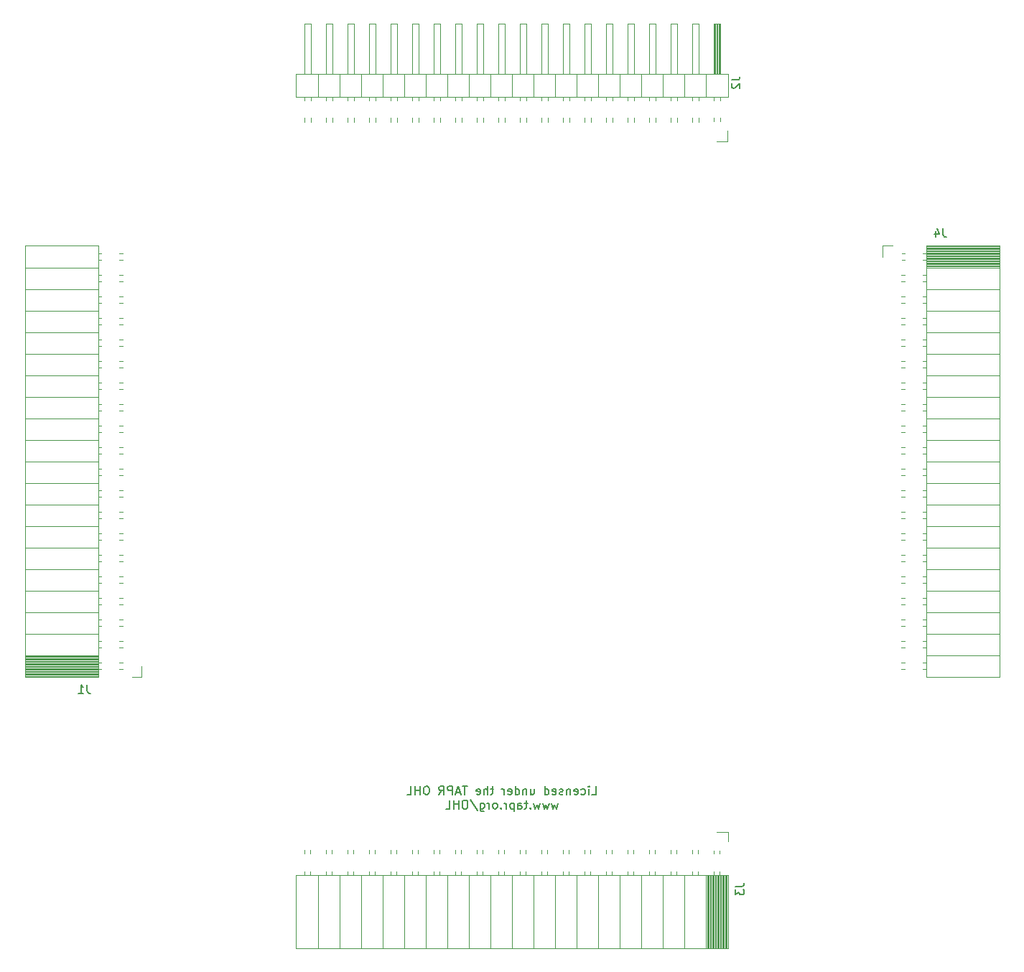
<source format=gbr>
%TF.GenerationSoftware,KiCad,Pcbnew,(5.1.10-1-10_14)*%
%TF.CreationDate,2021-12-06T08:26:31+01:00*%
%TF.ProjectId,stack,73746163-6b2e-46b6-9963-61645f706362,1*%
%TF.SameCoordinates,Original*%
%TF.FileFunction,Legend,Bot*%
%TF.FilePolarity,Positive*%
%FSLAX46Y46*%
G04 Gerber Fmt 4.6, Leading zero omitted, Abs format (unit mm)*
G04 Created by KiCad (PCBNEW (5.1.10-1-10_14)) date 2021-12-06 08:26:31*
%MOMM*%
%LPD*%
G01*
G04 APERTURE LIST*
%ADD10C,0.150000*%
%ADD11C,0.120000*%
G04 APERTURE END LIST*
D10*
X109371428Y-139327380D02*
X109847619Y-139327380D01*
X109847619Y-138327380D01*
X109038095Y-139327380D02*
X109038095Y-138660714D01*
X109038095Y-138327380D02*
X109085714Y-138375000D01*
X109038095Y-138422619D01*
X108990476Y-138375000D01*
X109038095Y-138327380D01*
X109038095Y-138422619D01*
X108133333Y-139279761D02*
X108228571Y-139327380D01*
X108419047Y-139327380D01*
X108514285Y-139279761D01*
X108561904Y-139232142D01*
X108609523Y-139136904D01*
X108609523Y-138851190D01*
X108561904Y-138755952D01*
X108514285Y-138708333D01*
X108419047Y-138660714D01*
X108228571Y-138660714D01*
X108133333Y-138708333D01*
X107323809Y-139279761D02*
X107419047Y-139327380D01*
X107609523Y-139327380D01*
X107704761Y-139279761D01*
X107752380Y-139184523D01*
X107752380Y-138803571D01*
X107704761Y-138708333D01*
X107609523Y-138660714D01*
X107419047Y-138660714D01*
X107323809Y-138708333D01*
X107276190Y-138803571D01*
X107276190Y-138898809D01*
X107752380Y-138994047D01*
X106847619Y-138660714D02*
X106847619Y-139327380D01*
X106847619Y-138755952D02*
X106800000Y-138708333D01*
X106704761Y-138660714D01*
X106561904Y-138660714D01*
X106466666Y-138708333D01*
X106419047Y-138803571D01*
X106419047Y-139327380D01*
X105990476Y-139279761D02*
X105895238Y-139327380D01*
X105704761Y-139327380D01*
X105609523Y-139279761D01*
X105561904Y-139184523D01*
X105561904Y-139136904D01*
X105609523Y-139041666D01*
X105704761Y-138994047D01*
X105847619Y-138994047D01*
X105942857Y-138946428D01*
X105990476Y-138851190D01*
X105990476Y-138803571D01*
X105942857Y-138708333D01*
X105847619Y-138660714D01*
X105704761Y-138660714D01*
X105609523Y-138708333D01*
X104752380Y-139279761D02*
X104847619Y-139327380D01*
X105038095Y-139327380D01*
X105133333Y-139279761D01*
X105180952Y-139184523D01*
X105180952Y-138803571D01*
X105133333Y-138708333D01*
X105038095Y-138660714D01*
X104847619Y-138660714D01*
X104752380Y-138708333D01*
X104704761Y-138803571D01*
X104704761Y-138898809D01*
X105180952Y-138994047D01*
X103847619Y-139327380D02*
X103847619Y-138327380D01*
X103847619Y-139279761D02*
X103942857Y-139327380D01*
X104133333Y-139327380D01*
X104228571Y-139279761D01*
X104276190Y-139232142D01*
X104323809Y-139136904D01*
X104323809Y-138851190D01*
X104276190Y-138755952D01*
X104228571Y-138708333D01*
X104133333Y-138660714D01*
X103942857Y-138660714D01*
X103847619Y-138708333D01*
X102180952Y-138660714D02*
X102180952Y-139327380D01*
X102609523Y-138660714D02*
X102609523Y-139184523D01*
X102561904Y-139279761D01*
X102466666Y-139327380D01*
X102323809Y-139327380D01*
X102228571Y-139279761D01*
X102180952Y-139232142D01*
X101704761Y-138660714D02*
X101704761Y-139327380D01*
X101704761Y-138755952D02*
X101657142Y-138708333D01*
X101561904Y-138660714D01*
X101419047Y-138660714D01*
X101323809Y-138708333D01*
X101276190Y-138803571D01*
X101276190Y-139327380D01*
X100371428Y-139327380D02*
X100371428Y-138327380D01*
X100371428Y-139279761D02*
X100466666Y-139327380D01*
X100657142Y-139327380D01*
X100752380Y-139279761D01*
X100800000Y-139232142D01*
X100847619Y-139136904D01*
X100847619Y-138851190D01*
X100800000Y-138755952D01*
X100752380Y-138708333D01*
X100657142Y-138660714D01*
X100466666Y-138660714D01*
X100371428Y-138708333D01*
X99514285Y-139279761D02*
X99609523Y-139327380D01*
X99800000Y-139327380D01*
X99895238Y-139279761D01*
X99942857Y-139184523D01*
X99942857Y-138803571D01*
X99895238Y-138708333D01*
X99800000Y-138660714D01*
X99609523Y-138660714D01*
X99514285Y-138708333D01*
X99466666Y-138803571D01*
X99466666Y-138898809D01*
X99942857Y-138994047D01*
X99038095Y-139327380D02*
X99038095Y-138660714D01*
X99038095Y-138851190D02*
X98990476Y-138755952D01*
X98942857Y-138708333D01*
X98847619Y-138660714D01*
X98752380Y-138660714D01*
X97800000Y-138660714D02*
X97419047Y-138660714D01*
X97657142Y-138327380D02*
X97657142Y-139184523D01*
X97609523Y-139279761D01*
X97514285Y-139327380D01*
X97419047Y-139327380D01*
X97085714Y-139327380D02*
X97085714Y-138327380D01*
X96657142Y-139327380D02*
X96657142Y-138803571D01*
X96704761Y-138708333D01*
X96800000Y-138660714D01*
X96942857Y-138660714D01*
X97038095Y-138708333D01*
X97085714Y-138755952D01*
X95800000Y-139279761D02*
X95895238Y-139327380D01*
X96085714Y-139327380D01*
X96180952Y-139279761D01*
X96228571Y-139184523D01*
X96228571Y-138803571D01*
X96180952Y-138708333D01*
X96085714Y-138660714D01*
X95895238Y-138660714D01*
X95800000Y-138708333D01*
X95752380Y-138803571D01*
X95752380Y-138898809D01*
X96228571Y-138994047D01*
X94704761Y-138327380D02*
X94133333Y-138327380D01*
X94419047Y-139327380D02*
X94419047Y-138327380D01*
X93847619Y-139041666D02*
X93371428Y-139041666D01*
X93942857Y-139327380D02*
X93609523Y-138327380D01*
X93276190Y-139327380D01*
X92942857Y-139327380D02*
X92942857Y-138327380D01*
X92561904Y-138327380D01*
X92466666Y-138375000D01*
X92419047Y-138422619D01*
X92371428Y-138517857D01*
X92371428Y-138660714D01*
X92419047Y-138755952D01*
X92466666Y-138803571D01*
X92561904Y-138851190D01*
X92942857Y-138851190D01*
X91371428Y-139327380D02*
X91704761Y-138851190D01*
X91942857Y-139327380D02*
X91942857Y-138327380D01*
X91561904Y-138327380D01*
X91466666Y-138375000D01*
X91419047Y-138422619D01*
X91371428Y-138517857D01*
X91371428Y-138660714D01*
X91419047Y-138755952D01*
X91466666Y-138803571D01*
X91561904Y-138851190D01*
X91942857Y-138851190D01*
X89990476Y-138327380D02*
X89800000Y-138327380D01*
X89704761Y-138375000D01*
X89609523Y-138470238D01*
X89561904Y-138660714D01*
X89561904Y-138994047D01*
X89609523Y-139184523D01*
X89704761Y-139279761D01*
X89800000Y-139327380D01*
X89990476Y-139327380D01*
X90085714Y-139279761D01*
X90180952Y-139184523D01*
X90228571Y-138994047D01*
X90228571Y-138660714D01*
X90180952Y-138470238D01*
X90085714Y-138375000D01*
X89990476Y-138327380D01*
X89133333Y-139327380D02*
X89133333Y-138327380D01*
X89133333Y-138803571D02*
X88561904Y-138803571D01*
X88561904Y-139327380D02*
X88561904Y-138327380D01*
X87609523Y-139327380D02*
X88085714Y-139327380D01*
X88085714Y-138327380D01*
X105395238Y-140310714D02*
X105204761Y-140977380D01*
X105014285Y-140501190D01*
X104823809Y-140977380D01*
X104633333Y-140310714D01*
X104347619Y-140310714D02*
X104157142Y-140977380D01*
X103966666Y-140501190D01*
X103776190Y-140977380D01*
X103585714Y-140310714D01*
X103300000Y-140310714D02*
X103109523Y-140977380D01*
X102919047Y-140501190D01*
X102728571Y-140977380D01*
X102538095Y-140310714D01*
X102157142Y-140882142D02*
X102109523Y-140929761D01*
X102157142Y-140977380D01*
X102204761Y-140929761D01*
X102157142Y-140882142D01*
X102157142Y-140977380D01*
X101823809Y-140310714D02*
X101442857Y-140310714D01*
X101680952Y-139977380D02*
X101680952Y-140834523D01*
X101633333Y-140929761D01*
X101538095Y-140977380D01*
X101442857Y-140977380D01*
X100680952Y-140977380D02*
X100680952Y-140453571D01*
X100728571Y-140358333D01*
X100823809Y-140310714D01*
X101014285Y-140310714D01*
X101109523Y-140358333D01*
X100680952Y-140929761D02*
X100776190Y-140977380D01*
X101014285Y-140977380D01*
X101109523Y-140929761D01*
X101157142Y-140834523D01*
X101157142Y-140739285D01*
X101109523Y-140644047D01*
X101014285Y-140596428D01*
X100776190Y-140596428D01*
X100680952Y-140548809D01*
X100204761Y-140310714D02*
X100204761Y-141310714D01*
X100204761Y-140358333D02*
X100109523Y-140310714D01*
X99919047Y-140310714D01*
X99823809Y-140358333D01*
X99776190Y-140405952D01*
X99728571Y-140501190D01*
X99728571Y-140786904D01*
X99776190Y-140882142D01*
X99823809Y-140929761D01*
X99919047Y-140977380D01*
X100109523Y-140977380D01*
X100204761Y-140929761D01*
X99300000Y-140977380D02*
X99300000Y-140310714D01*
X99300000Y-140501190D02*
X99252380Y-140405952D01*
X99204761Y-140358333D01*
X99109523Y-140310714D01*
X99014285Y-140310714D01*
X98680952Y-140882142D02*
X98633333Y-140929761D01*
X98680952Y-140977380D01*
X98728571Y-140929761D01*
X98680952Y-140882142D01*
X98680952Y-140977380D01*
X98061904Y-140977380D02*
X98157142Y-140929761D01*
X98204761Y-140882142D01*
X98252380Y-140786904D01*
X98252380Y-140501190D01*
X98204761Y-140405952D01*
X98157142Y-140358333D01*
X98061904Y-140310714D01*
X97919047Y-140310714D01*
X97823809Y-140358333D01*
X97776190Y-140405952D01*
X97728571Y-140501190D01*
X97728571Y-140786904D01*
X97776190Y-140882142D01*
X97823809Y-140929761D01*
X97919047Y-140977380D01*
X98061904Y-140977380D01*
X97300000Y-140977380D02*
X97300000Y-140310714D01*
X97300000Y-140501190D02*
X97252380Y-140405952D01*
X97204761Y-140358333D01*
X97109523Y-140310714D01*
X97014285Y-140310714D01*
X96252380Y-140310714D02*
X96252380Y-141120238D01*
X96300000Y-141215476D01*
X96347619Y-141263095D01*
X96442857Y-141310714D01*
X96585714Y-141310714D01*
X96680952Y-141263095D01*
X96252380Y-140929761D02*
X96347619Y-140977380D01*
X96538095Y-140977380D01*
X96633333Y-140929761D01*
X96680952Y-140882142D01*
X96728571Y-140786904D01*
X96728571Y-140501190D01*
X96680952Y-140405952D01*
X96633333Y-140358333D01*
X96538095Y-140310714D01*
X96347619Y-140310714D01*
X96252380Y-140358333D01*
X95061904Y-139929761D02*
X95919047Y-141215476D01*
X94538095Y-139977380D02*
X94347619Y-139977380D01*
X94252380Y-140025000D01*
X94157142Y-140120238D01*
X94109523Y-140310714D01*
X94109523Y-140644047D01*
X94157142Y-140834523D01*
X94252380Y-140929761D01*
X94347619Y-140977380D01*
X94538095Y-140977380D01*
X94633333Y-140929761D01*
X94728571Y-140834523D01*
X94776190Y-140644047D01*
X94776190Y-140310714D01*
X94728571Y-140120238D01*
X94633333Y-140025000D01*
X94538095Y-139977380D01*
X93680952Y-140977380D02*
X93680952Y-139977380D01*
X93680952Y-140453571D02*
X93109523Y-140453571D01*
X93109523Y-140977380D02*
X93109523Y-139977380D01*
X92157142Y-140977380D02*
X92633333Y-140977380D01*
X92633333Y-139977380D01*
D11*
%TO.C,J4*%
X144818000Y-74540000D02*
X143708000Y-74540000D01*
X143708000Y-74540000D02*
X143708000Y-75870000D01*
X157448000Y-74540000D02*
X157448000Y-125460000D01*
X157448000Y-125460000D02*
X148818000Y-125460000D01*
X148818000Y-74540000D02*
X148818000Y-125460000D01*
X157448000Y-74540000D02*
X148818000Y-74540000D01*
X157448000Y-122860000D02*
X148818000Y-122860000D01*
X157448000Y-120320000D02*
X148818000Y-120320000D01*
X157448000Y-117780000D02*
X148818000Y-117780000D01*
X157448000Y-115240000D02*
X148818000Y-115240000D01*
X157448000Y-112700000D02*
X148818000Y-112700000D01*
X157448000Y-110160000D02*
X148818000Y-110160000D01*
X157448000Y-107620000D02*
X148818000Y-107620000D01*
X157448000Y-105080000D02*
X148818000Y-105080000D01*
X157448000Y-102540000D02*
X148818000Y-102540000D01*
X157448000Y-100000000D02*
X148818000Y-100000000D01*
X157448000Y-97460000D02*
X148818000Y-97460000D01*
X157448000Y-94920000D02*
X148818000Y-94920000D01*
X157448000Y-92380000D02*
X148818000Y-92380000D01*
X157448000Y-89840000D02*
X148818000Y-89840000D01*
X157448000Y-87300000D02*
X148818000Y-87300000D01*
X157448000Y-84760000D02*
X148818000Y-84760000D01*
X157448000Y-82220000D02*
X148818000Y-82220000D01*
X157448000Y-79680000D02*
X148818000Y-79680000D01*
X157448000Y-77140000D02*
X148818000Y-77140000D01*
X146308000Y-124490000D02*
X145868000Y-124490000D01*
X148818000Y-124490000D02*
X148408000Y-124490000D01*
X146308000Y-123770000D02*
X145868000Y-123770000D01*
X148818000Y-123770000D02*
X148408000Y-123770000D01*
X146308000Y-121950000D02*
X145868000Y-121950000D01*
X148818000Y-121950000D02*
X148408000Y-121950000D01*
X146308000Y-121230000D02*
X145868000Y-121230000D01*
X148818000Y-121230000D02*
X148408000Y-121230000D01*
X146308000Y-119410000D02*
X145868000Y-119410000D01*
X148818000Y-119410000D02*
X148408000Y-119410000D01*
X146308000Y-118690000D02*
X145868000Y-118690000D01*
X148818000Y-118690000D02*
X148408000Y-118690000D01*
X146308000Y-116870000D02*
X145868000Y-116870000D01*
X148818000Y-116870000D02*
X148408000Y-116870000D01*
X146308000Y-116150000D02*
X145868000Y-116150000D01*
X148818000Y-116150000D02*
X148408000Y-116150000D01*
X146308000Y-114330000D02*
X145868000Y-114330000D01*
X148818000Y-114330000D02*
X148408000Y-114330000D01*
X146308000Y-113610000D02*
X145868000Y-113610000D01*
X148818000Y-113610000D02*
X148408000Y-113610000D01*
X146308000Y-111790000D02*
X145868000Y-111790000D01*
X148818000Y-111790000D02*
X148408000Y-111790000D01*
X146308000Y-111070000D02*
X145868000Y-111070000D01*
X148818000Y-111070000D02*
X148408000Y-111070000D01*
X146308000Y-109250000D02*
X145868000Y-109250000D01*
X148818000Y-109250000D02*
X148408000Y-109250000D01*
X146308000Y-108530000D02*
X145868000Y-108530000D01*
X148818000Y-108530000D02*
X148408000Y-108530000D01*
X146308000Y-106710000D02*
X145868000Y-106710000D01*
X148818000Y-106710000D02*
X148408000Y-106710000D01*
X146308000Y-105990000D02*
X145868000Y-105990000D01*
X148818000Y-105990000D02*
X148408000Y-105990000D01*
X146308000Y-104170000D02*
X145868000Y-104170000D01*
X148818000Y-104170000D02*
X148408000Y-104170000D01*
X146308000Y-103450000D02*
X145868000Y-103450000D01*
X148818000Y-103450000D02*
X148408000Y-103450000D01*
X146308000Y-101630000D02*
X145868000Y-101630000D01*
X148818000Y-101630000D02*
X148408000Y-101630000D01*
X146308000Y-100910000D02*
X145868000Y-100910000D01*
X148818000Y-100910000D02*
X148408000Y-100910000D01*
X146308000Y-99090000D02*
X145868000Y-99090000D01*
X148818000Y-99090000D02*
X148408000Y-99090000D01*
X146308000Y-98370000D02*
X145868000Y-98370000D01*
X148818000Y-98370000D02*
X148408000Y-98370000D01*
X146308000Y-96550000D02*
X145868000Y-96550000D01*
X148818000Y-96550000D02*
X148408000Y-96550000D01*
X146308000Y-95830000D02*
X145868000Y-95830000D01*
X148818000Y-95830000D02*
X148408000Y-95830000D01*
X146308000Y-94010000D02*
X145868000Y-94010000D01*
X148818000Y-94010000D02*
X148408000Y-94010000D01*
X146308000Y-93290000D02*
X145868000Y-93290000D01*
X148818000Y-93290000D02*
X148408000Y-93290000D01*
X146308000Y-91470000D02*
X145868000Y-91470000D01*
X148818000Y-91470000D02*
X148408000Y-91470000D01*
X146308000Y-90750000D02*
X145868000Y-90750000D01*
X148818000Y-90750000D02*
X148408000Y-90750000D01*
X146308000Y-88930000D02*
X145868000Y-88930000D01*
X148818000Y-88930000D02*
X148408000Y-88930000D01*
X146308000Y-88210000D02*
X145868000Y-88210000D01*
X148818000Y-88210000D02*
X148408000Y-88210000D01*
X146308000Y-86390000D02*
X145868000Y-86390000D01*
X148818000Y-86390000D02*
X148408000Y-86390000D01*
X146308000Y-85670000D02*
X145868000Y-85670000D01*
X148818000Y-85670000D02*
X148408000Y-85670000D01*
X146308000Y-83850000D02*
X145868000Y-83850000D01*
X148818000Y-83850000D02*
X148408000Y-83850000D01*
X146308000Y-83130000D02*
X145868000Y-83130000D01*
X148818000Y-83130000D02*
X148408000Y-83130000D01*
X146308000Y-81310000D02*
X145868000Y-81310000D01*
X148818000Y-81310000D02*
X148408000Y-81310000D01*
X146308000Y-80590000D02*
X145868000Y-80590000D01*
X148818000Y-80590000D02*
X148408000Y-80590000D01*
X146308000Y-78770000D02*
X145868000Y-78770000D01*
X148818000Y-78770000D02*
X148408000Y-78770000D01*
X146308000Y-78050000D02*
X145868000Y-78050000D01*
X148818000Y-78050000D02*
X148408000Y-78050000D01*
X146308000Y-76230000D02*
X145928000Y-76230000D01*
X148818000Y-76230000D02*
X148408000Y-76230000D01*
X146308000Y-75510000D02*
X145928000Y-75510000D01*
X148818000Y-75510000D02*
X148408000Y-75510000D01*
X157448000Y-77021900D02*
X148818000Y-77021900D01*
X157448000Y-76903805D02*
X148818000Y-76903805D01*
X157448000Y-76785710D02*
X148818000Y-76785710D01*
X157448000Y-76667615D02*
X148818000Y-76667615D01*
X157448000Y-76549520D02*
X148818000Y-76549520D01*
X157448000Y-76431425D02*
X148818000Y-76431425D01*
X157448000Y-76313330D02*
X148818000Y-76313330D01*
X157448000Y-76195235D02*
X148818000Y-76195235D01*
X157448000Y-76077140D02*
X148818000Y-76077140D01*
X157448000Y-75959045D02*
X148818000Y-75959045D01*
X157448000Y-75840950D02*
X148818000Y-75840950D01*
X157448000Y-75722855D02*
X148818000Y-75722855D01*
X157448000Y-75604760D02*
X148818000Y-75604760D01*
X157448000Y-75486665D02*
X148818000Y-75486665D01*
X157448000Y-75368570D02*
X148818000Y-75368570D01*
X157448000Y-75250475D02*
X148818000Y-75250475D01*
X157448000Y-75132380D02*
X148818000Y-75132380D01*
X157448000Y-75014285D02*
X148818000Y-75014285D01*
X157448000Y-74896190D02*
X148818000Y-74896190D01*
X157448000Y-74778095D02*
X148818000Y-74778095D01*
X157448000Y-74660000D02*
X148818000Y-74660000D01*
%TO.C,J3*%
X125460000Y-144818000D02*
X125460000Y-143708000D01*
X125460000Y-143708000D02*
X124130000Y-143708000D01*
X125460000Y-157448000D02*
X74540000Y-157448000D01*
X74540000Y-157448000D02*
X74540000Y-148818000D01*
X125460000Y-148818000D02*
X74540000Y-148818000D01*
X125460000Y-157448000D02*
X125460000Y-148818000D01*
X77140000Y-157448000D02*
X77140000Y-148818000D01*
X79680000Y-157448000D02*
X79680000Y-148818000D01*
X82220000Y-157448000D02*
X82220000Y-148818000D01*
X84760000Y-157448000D02*
X84760000Y-148818000D01*
X87300000Y-157448000D02*
X87300000Y-148818000D01*
X89840000Y-157448000D02*
X89840000Y-148818000D01*
X92380000Y-157448000D02*
X92380000Y-148818000D01*
X94920000Y-157448000D02*
X94920000Y-148818000D01*
X97460000Y-157448000D02*
X97460000Y-148818000D01*
X100000000Y-157448000D02*
X100000000Y-148818000D01*
X102540000Y-157448000D02*
X102540000Y-148818000D01*
X105080000Y-157448000D02*
X105080000Y-148818000D01*
X107620000Y-157448000D02*
X107620000Y-148818000D01*
X110160000Y-157448000D02*
X110160000Y-148818000D01*
X112700000Y-157448000D02*
X112700000Y-148818000D01*
X115240000Y-157448000D02*
X115240000Y-148818000D01*
X117780000Y-157448000D02*
X117780000Y-148818000D01*
X120320000Y-157448000D02*
X120320000Y-148818000D01*
X122860000Y-157448000D02*
X122860000Y-148818000D01*
X75510000Y-146308000D02*
X75510000Y-145868000D01*
X75510000Y-148818000D02*
X75510000Y-148408000D01*
X76230000Y-146308000D02*
X76230000Y-145868000D01*
X76230000Y-148818000D02*
X76230000Y-148408000D01*
X78050000Y-146308000D02*
X78050000Y-145868000D01*
X78050000Y-148818000D02*
X78050000Y-148408000D01*
X78770000Y-146308000D02*
X78770000Y-145868000D01*
X78770000Y-148818000D02*
X78770000Y-148408000D01*
X80590000Y-146308000D02*
X80590000Y-145868000D01*
X80590000Y-148818000D02*
X80590000Y-148408000D01*
X81310000Y-146308000D02*
X81310000Y-145868000D01*
X81310000Y-148818000D02*
X81310000Y-148408000D01*
X83130000Y-146308000D02*
X83130000Y-145868000D01*
X83130000Y-148818000D02*
X83130000Y-148408000D01*
X83850000Y-146308000D02*
X83850000Y-145868000D01*
X83850000Y-148818000D02*
X83850000Y-148408000D01*
X85670000Y-146308000D02*
X85670000Y-145868000D01*
X85670000Y-148818000D02*
X85670000Y-148408000D01*
X86390000Y-146308000D02*
X86390000Y-145868000D01*
X86390000Y-148818000D02*
X86390000Y-148408000D01*
X88210000Y-146308000D02*
X88210000Y-145868000D01*
X88210000Y-148818000D02*
X88210000Y-148408000D01*
X88930000Y-146308000D02*
X88930000Y-145868000D01*
X88930000Y-148818000D02*
X88930000Y-148408000D01*
X90750000Y-146308000D02*
X90750000Y-145868000D01*
X90750000Y-148818000D02*
X90750000Y-148408000D01*
X91470000Y-146308000D02*
X91470000Y-145868000D01*
X91470000Y-148818000D02*
X91470000Y-148408000D01*
X93290000Y-146308000D02*
X93290000Y-145868000D01*
X93290000Y-148818000D02*
X93290000Y-148408000D01*
X94010000Y-146308000D02*
X94010000Y-145868000D01*
X94010000Y-148818000D02*
X94010000Y-148408000D01*
X95830000Y-146308000D02*
X95830000Y-145868000D01*
X95830000Y-148818000D02*
X95830000Y-148408000D01*
X96550000Y-146308000D02*
X96550000Y-145868000D01*
X96550000Y-148818000D02*
X96550000Y-148408000D01*
X98370000Y-146308000D02*
X98370000Y-145868000D01*
X98370000Y-148818000D02*
X98370000Y-148408000D01*
X99090000Y-146308000D02*
X99090000Y-145868000D01*
X99090000Y-148818000D02*
X99090000Y-148408000D01*
X100910000Y-146308000D02*
X100910000Y-145868000D01*
X100910000Y-148818000D02*
X100910000Y-148408000D01*
X101630000Y-146308000D02*
X101630000Y-145868000D01*
X101630000Y-148818000D02*
X101630000Y-148408000D01*
X103450000Y-146308000D02*
X103450000Y-145868000D01*
X103450000Y-148818000D02*
X103450000Y-148408000D01*
X104170000Y-146308000D02*
X104170000Y-145868000D01*
X104170000Y-148818000D02*
X104170000Y-148408000D01*
X105990000Y-146308000D02*
X105990000Y-145868000D01*
X105990000Y-148818000D02*
X105990000Y-148408000D01*
X106710000Y-146308000D02*
X106710000Y-145868000D01*
X106710000Y-148818000D02*
X106710000Y-148408000D01*
X108530000Y-146308000D02*
X108530000Y-145868000D01*
X108530000Y-148818000D02*
X108530000Y-148408000D01*
X109250000Y-146308000D02*
X109250000Y-145868000D01*
X109250000Y-148818000D02*
X109250000Y-148408000D01*
X111070000Y-146308000D02*
X111070000Y-145868000D01*
X111070000Y-148818000D02*
X111070000Y-148408000D01*
X111790000Y-146308000D02*
X111790000Y-145868000D01*
X111790000Y-148818000D02*
X111790000Y-148408000D01*
X113610000Y-146308000D02*
X113610000Y-145868000D01*
X113610000Y-148818000D02*
X113610000Y-148408000D01*
X114330000Y-146308000D02*
X114330000Y-145868000D01*
X114330000Y-148818000D02*
X114330000Y-148408000D01*
X116150000Y-146308000D02*
X116150000Y-145868000D01*
X116150000Y-148818000D02*
X116150000Y-148408000D01*
X116870000Y-146308000D02*
X116870000Y-145868000D01*
X116870000Y-148818000D02*
X116870000Y-148408000D01*
X118690000Y-146308000D02*
X118690000Y-145868000D01*
X118690000Y-148818000D02*
X118690000Y-148408000D01*
X119410000Y-146308000D02*
X119410000Y-145868000D01*
X119410000Y-148818000D02*
X119410000Y-148408000D01*
X121230000Y-146308000D02*
X121230000Y-145868000D01*
X121230000Y-148818000D02*
X121230000Y-148408000D01*
X121950000Y-146308000D02*
X121950000Y-145868000D01*
X121950000Y-148818000D02*
X121950000Y-148408000D01*
X123770000Y-146308000D02*
X123770000Y-145928000D01*
X123770000Y-148818000D02*
X123770000Y-148408000D01*
X124490000Y-146308000D02*
X124490000Y-145928000D01*
X124490000Y-148818000D02*
X124490000Y-148408000D01*
X122978100Y-157448000D02*
X122978100Y-148818000D01*
X123096195Y-157448000D02*
X123096195Y-148818000D01*
X123214290Y-157448000D02*
X123214290Y-148818000D01*
X123332385Y-157448000D02*
X123332385Y-148818000D01*
X123450480Y-157448000D02*
X123450480Y-148818000D01*
X123568575Y-157448000D02*
X123568575Y-148818000D01*
X123686670Y-157448000D02*
X123686670Y-148818000D01*
X123804765Y-157448000D02*
X123804765Y-148818000D01*
X123922860Y-157448000D02*
X123922860Y-148818000D01*
X124040955Y-157448000D02*
X124040955Y-148818000D01*
X124159050Y-157448000D02*
X124159050Y-148818000D01*
X124277145Y-157448000D02*
X124277145Y-148818000D01*
X124395240Y-157448000D02*
X124395240Y-148818000D01*
X124513335Y-157448000D02*
X124513335Y-148818000D01*
X124631430Y-157448000D02*
X124631430Y-148818000D01*
X124749525Y-157448000D02*
X124749525Y-148818000D01*
X124867620Y-157448000D02*
X124867620Y-148818000D01*
X124985715Y-157448000D02*
X124985715Y-148818000D01*
X125103810Y-157448000D02*
X125103810Y-148818000D01*
X125221905Y-157448000D02*
X125221905Y-148818000D01*
X125340000Y-157448000D02*
X125340000Y-148818000D01*
%TO.C,J2*%
X125400000Y-62270000D02*
X125400000Y-61000000D01*
X124130000Y-62270000D02*
X125400000Y-62270000D01*
X75490000Y-59957071D02*
X75490000Y-59502929D01*
X76250000Y-59957071D02*
X76250000Y-59502929D01*
X75490000Y-57417071D02*
X75490000Y-57020000D01*
X76250000Y-57417071D02*
X76250000Y-57020000D01*
X75490000Y-48360000D02*
X75490000Y-54360000D01*
X76250000Y-48360000D02*
X75490000Y-48360000D01*
X76250000Y-54360000D02*
X76250000Y-48360000D01*
X77140000Y-57020000D02*
X77140000Y-54360000D01*
X78030000Y-59957071D02*
X78030000Y-59502929D01*
X78790000Y-59957071D02*
X78790000Y-59502929D01*
X78030000Y-57417071D02*
X78030000Y-57020000D01*
X78790000Y-57417071D02*
X78790000Y-57020000D01*
X78030000Y-48360000D02*
X78030000Y-54360000D01*
X78790000Y-48360000D02*
X78030000Y-48360000D01*
X78790000Y-54360000D02*
X78790000Y-48360000D01*
X79680000Y-57020000D02*
X79680000Y-54360000D01*
X80570000Y-59957071D02*
X80570000Y-59502929D01*
X81330000Y-59957071D02*
X81330000Y-59502929D01*
X80570000Y-57417071D02*
X80570000Y-57020000D01*
X81330000Y-57417071D02*
X81330000Y-57020000D01*
X80570000Y-48360000D02*
X80570000Y-54360000D01*
X81330000Y-48360000D02*
X80570000Y-48360000D01*
X81330000Y-54360000D02*
X81330000Y-48360000D01*
X82220000Y-57020000D02*
X82220000Y-54360000D01*
X83110000Y-59957071D02*
X83110000Y-59502929D01*
X83870000Y-59957071D02*
X83870000Y-59502929D01*
X83110000Y-57417071D02*
X83110000Y-57020000D01*
X83870000Y-57417071D02*
X83870000Y-57020000D01*
X83110000Y-48360000D02*
X83110000Y-54360000D01*
X83870000Y-48360000D02*
X83110000Y-48360000D01*
X83870000Y-54360000D02*
X83870000Y-48360000D01*
X84760000Y-57020000D02*
X84760000Y-54360000D01*
X85650000Y-59957071D02*
X85650000Y-59502929D01*
X86410000Y-59957071D02*
X86410000Y-59502929D01*
X85650000Y-57417071D02*
X85650000Y-57020000D01*
X86410000Y-57417071D02*
X86410000Y-57020000D01*
X85650000Y-48360000D02*
X85650000Y-54360000D01*
X86410000Y-48360000D02*
X85650000Y-48360000D01*
X86410000Y-54360000D02*
X86410000Y-48360000D01*
X87300000Y-57020000D02*
X87300000Y-54360000D01*
X88190000Y-59957071D02*
X88190000Y-59502929D01*
X88950000Y-59957071D02*
X88950000Y-59502929D01*
X88190000Y-57417071D02*
X88190000Y-57020000D01*
X88950000Y-57417071D02*
X88950000Y-57020000D01*
X88190000Y-48360000D02*
X88190000Y-54360000D01*
X88950000Y-48360000D02*
X88190000Y-48360000D01*
X88950000Y-54360000D02*
X88950000Y-48360000D01*
X89840000Y-57020000D02*
X89840000Y-54360000D01*
X90730000Y-59957071D02*
X90730000Y-59502929D01*
X91490000Y-59957071D02*
X91490000Y-59502929D01*
X90730000Y-57417071D02*
X90730000Y-57020000D01*
X91490000Y-57417071D02*
X91490000Y-57020000D01*
X90730000Y-48360000D02*
X90730000Y-54360000D01*
X91490000Y-48360000D02*
X90730000Y-48360000D01*
X91490000Y-54360000D02*
X91490000Y-48360000D01*
X92380000Y-57020000D02*
X92380000Y-54360000D01*
X93270000Y-59957071D02*
X93270000Y-59502929D01*
X94030000Y-59957071D02*
X94030000Y-59502929D01*
X93270000Y-57417071D02*
X93270000Y-57020000D01*
X94030000Y-57417071D02*
X94030000Y-57020000D01*
X93270000Y-48360000D02*
X93270000Y-54360000D01*
X94030000Y-48360000D02*
X93270000Y-48360000D01*
X94030000Y-54360000D02*
X94030000Y-48360000D01*
X94920000Y-57020000D02*
X94920000Y-54360000D01*
X95810000Y-59957071D02*
X95810000Y-59502929D01*
X96570000Y-59957071D02*
X96570000Y-59502929D01*
X95810000Y-57417071D02*
X95810000Y-57020000D01*
X96570000Y-57417071D02*
X96570000Y-57020000D01*
X95810000Y-48360000D02*
X95810000Y-54360000D01*
X96570000Y-48360000D02*
X95810000Y-48360000D01*
X96570000Y-54360000D02*
X96570000Y-48360000D01*
X97460000Y-57020000D02*
X97460000Y-54360000D01*
X98350000Y-59957071D02*
X98350000Y-59502929D01*
X99110000Y-59957071D02*
X99110000Y-59502929D01*
X98350000Y-57417071D02*
X98350000Y-57020000D01*
X99110000Y-57417071D02*
X99110000Y-57020000D01*
X98350000Y-48360000D02*
X98350000Y-54360000D01*
X99110000Y-48360000D02*
X98350000Y-48360000D01*
X99110000Y-54360000D02*
X99110000Y-48360000D01*
X100000000Y-57020000D02*
X100000000Y-54360000D01*
X100890000Y-59957071D02*
X100890000Y-59502929D01*
X101650000Y-59957071D02*
X101650000Y-59502929D01*
X100890000Y-57417071D02*
X100890000Y-57020000D01*
X101650000Y-57417071D02*
X101650000Y-57020000D01*
X100890000Y-48360000D02*
X100890000Y-54360000D01*
X101650000Y-48360000D02*
X100890000Y-48360000D01*
X101650000Y-54360000D02*
X101650000Y-48360000D01*
X102540000Y-57020000D02*
X102540000Y-54360000D01*
X103430000Y-59957071D02*
X103430000Y-59502929D01*
X104190000Y-59957071D02*
X104190000Y-59502929D01*
X103430000Y-57417071D02*
X103430000Y-57020000D01*
X104190000Y-57417071D02*
X104190000Y-57020000D01*
X103430000Y-48360000D02*
X103430000Y-54360000D01*
X104190000Y-48360000D02*
X103430000Y-48360000D01*
X104190000Y-54360000D02*
X104190000Y-48360000D01*
X105080000Y-57020000D02*
X105080000Y-54360000D01*
X105970000Y-59957071D02*
X105970000Y-59502929D01*
X106730000Y-59957071D02*
X106730000Y-59502929D01*
X105970000Y-57417071D02*
X105970000Y-57020000D01*
X106730000Y-57417071D02*
X106730000Y-57020000D01*
X105970000Y-48360000D02*
X105970000Y-54360000D01*
X106730000Y-48360000D02*
X105970000Y-48360000D01*
X106730000Y-54360000D02*
X106730000Y-48360000D01*
X107620000Y-57020000D02*
X107620000Y-54360000D01*
X108510000Y-59957071D02*
X108510000Y-59502929D01*
X109270000Y-59957071D02*
X109270000Y-59502929D01*
X108510000Y-57417071D02*
X108510000Y-57020000D01*
X109270000Y-57417071D02*
X109270000Y-57020000D01*
X108510000Y-48360000D02*
X108510000Y-54360000D01*
X109270000Y-48360000D02*
X108510000Y-48360000D01*
X109270000Y-54360000D02*
X109270000Y-48360000D01*
X110160000Y-57020000D02*
X110160000Y-54360000D01*
X111050000Y-59957071D02*
X111050000Y-59502929D01*
X111810000Y-59957071D02*
X111810000Y-59502929D01*
X111050000Y-57417071D02*
X111050000Y-57020000D01*
X111810000Y-57417071D02*
X111810000Y-57020000D01*
X111050000Y-48360000D02*
X111050000Y-54360000D01*
X111810000Y-48360000D02*
X111050000Y-48360000D01*
X111810000Y-54360000D02*
X111810000Y-48360000D01*
X112700000Y-57020000D02*
X112700000Y-54360000D01*
X113590000Y-59957071D02*
X113590000Y-59502929D01*
X114350000Y-59957071D02*
X114350000Y-59502929D01*
X113590000Y-57417071D02*
X113590000Y-57020000D01*
X114350000Y-57417071D02*
X114350000Y-57020000D01*
X113590000Y-48360000D02*
X113590000Y-54360000D01*
X114350000Y-48360000D02*
X113590000Y-48360000D01*
X114350000Y-54360000D02*
X114350000Y-48360000D01*
X115240000Y-57020000D02*
X115240000Y-54360000D01*
X116130000Y-59957071D02*
X116130000Y-59502929D01*
X116890000Y-59957071D02*
X116890000Y-59502929D01*
X116130000Y-57417071D02*
X116130000Y-57020000D01*
X116890000Y-57417071D02*
X116890000Y-57020000D01*
X116130000Y-48360000D02*
X116130000Y-54360000D01*
X116890000Y-48360000D02*
X116130000Y-48360000D01*
X116890000Y-54360000D02*
X116890000Y-48360000D01*
X117780000Y-57020000D02*
X117780000Y-54360000D01*
X118670000Y-59957071D02*
X118670000Y-59502929D01*
X119430000Y-59957071D02*
X119430000Y-59502929D01*
X118670000Y-57417071D02*
X118670000Y-57020000D01*
X119430000Y-57417071D02*
X119430000Y-57020000D01*
X118670000Y-48360000D02*
X118670000Y-54360000D01*
X119430000Y-48360000D02*
X118670000Y-48360000D01*
X119430000Y-54360000D02*
X119430000Y-48360000D01*
X120320000Y-57020000D02*
X120320000Y-54360000D01*
X121210000Y-59957071D02*
X121210000Y-59502929D01*
X121970000Y-59957071D02*
X121970000Y-59502929D01*
X121210000Y-57417071D02*
X121210000Y-57020000D01*
X121970000Y-57417071D02*
X121970000Y-57020000D01*
X121210000Y-48360000D02*
X121210000Y-54360000D01*
X121970000Y-48360000D02*
X121210000Y-48360000D01*
X121970000Y-54360000D02*
X121970000Y-48360000D01*
X122860000Y-57020000D02*
X122860000Y-54360000D01*
X123750000Y-59890000D02*
X123750000Y-59502929D01*
X124510000Y-59890000D02*
X124510000Y-59502929D01*
X123750000Y-57417071D02*
X123750000Y-57020000D01*
X124510000Y-57417071D02*
X124510000Y-57020000D01*
X123850000Y-54360000D02*
X123850000Y-48360000D01*
X123970000Y-54360000D02*
X123970000Y-48360000D01*
X124090000Y-54360000D02*
X124090000Y-48360000D01*
X124210000Y-54360000D02*
X124210000Y-48360000D01*
X124330000Y-54360000D02*
X124330000Y-48360000D01*
X124450000Y-54360000D02*
X124450000Y-48360000D01*
X123750000Y-48360000D02*
X123750000Y-54360000D01*
X124510000Y-48360000D02*
X123750000Y-48360000D01*
X124510000Y-54360000D02*
X124510000Y-48360000D01*
X125460000Y-54360000D02*
X125460000Y-57020000D01*
X74540000Y-54360000D02*
X125460000Y-54360000D01*
X74540000Y-57020000D02*
X74540000Y-54360000D01*
X125460000Y-57020000D02*
X74540000Y-57020000D01*
%TO.C,J1*%
X55182000Y-125460000D02*
X56292000Y-125460000D01*
X56292000Y-125460000D02*
X56292000Y-124130000D01*
X42552000Y-125460000D02*
X42552000Y-74540000D01*
X42552000Y-74540000D02*
X51182000Y-74540000D01*
X51182000Y-125460000D02*
X51182000Y-74540000D01*
X42552000Y-125460000D02*
X51182000Y-125460000D01*
X42552000Y-77140000D02*
X51182000Y-77140000D01*
X42552000Y-79680000D02*
X51182000Y-79680000D01*
X42552000Y-82220000D02*
X51182000Y-82220000D01*
X42552000Y-84760000D02*
X51182000Y-84760000D01*
X42552000Y-87300000D02*
X51182000Y-87300000D01*
X42552000Y-89840000D02*
X51182000Y-89840000D01*
X42552000Y-92380000D02*
X51182000Y-92380000D01*
X42552000Y-94920000D02*
X51182000Y-94920000D01*
X42552000Y-97460000D02*
X51182000Y-97460000D01*
X42552000Y-100000000D02*
X51182000Y-100000000D01*
X42552000Y-102540000D02*
X51182000Y-102540000D01*
X42552000Y-105080000D02*
X51182000Y-105080000D01*
X42552000Y-107620000D02*
X51182000Y-107620000D01*
X42552000Y-110160000D02*
X51182000Y-110160000D01*
X42552000Y-112700000D02*
X51182000Y-112700000D01*
X42552000Y-115240000D02*
X51182000Y-115240000D01*
X42552000Y-117780000D02*
X51182000Y-117780000D01*
X42552000Y-120320000D02*
X51182000Y-120320000D01*
X42552000Y-122860000D02*
X51182000Y-122860000D01*
X53692000Y-75510000D02*
X54132000Y-75510000D01*
X51182000Y-75510000D02*
X51592000Y-75510000D01*
X53692000Y-76230000D02*
X54132000Y-76230000D01*
X51182000Y-76230000D02*
X51592000Y-76230000D01*
X53692000Y-78050000D02*
X54132000Y-78050000D01*
X51182000Y-78050000D02*
X51592000Y-78050000D01*
X53692000Y-78770000D02*
X54132000Y-78770000D01*
X51182000Y-78770000D02*
X51592000Y-78770000D01*
X53692000Y-80590000D02*
X54132000Y-80590000D01*
X51182000Y-80590000D02*
X51592000Y-80590000D01*
X53692000Y-81310000D02*
X54132000Y-81310000D01*
X51182000Y-81310000D02*
X51592000Y-81310000D01*
X53692000Y-83130000D02*
X54132000Y-83130000D01*
X51182000Y-83130000D02*
X51592000Y-83130000D01*
X53692000Y-83850000D02*
X54132000Y-83850000D01*
X51182000Y-83850000D02*
X51592000Y-83850000D01*
X53692000Y-85670000D02*
X54132000Y-85670000D01*
X51182000Y-85670000D02*
X51592000Y-85670000D01*
X53692000Y-86390000D02*
X54132000Y-86390000D01*
X51182000Y-86390000D02*
X51592000Y-86390000D01*
X53692000Y-88210000D02*
X54132000Y-88210000D01*
X51182000Y-88210000D02*
X51592000Y-88210000D01*
X53692000Y-88930000D02*
X54132000Y-88930000D01*
X51182000Y-88930000D02*
X51592000Y-88930000D01*
X53692000Y-90750000D02*
X54132000Y-90750000D01*
X51182000Y-90750000D02*
X51592000Y-90750000D01*
X53692000Y-91470000D02*
X54132000Y-91470000D01*
X51182000Y-91470000D02*
X51592000Y-91470000D01*
X53692000Y-93290000D02*
X54132000Y-93290000D01*
X51182000Y-93290000D02*
X51592000Y-93290000D01*
X53692000Y-94010000D02*
X54132000Y-94010000D01*
X51182000Y-94010000D02*
X51592000Y-94010000D01*
X53692000Y-95830000D02*
X54132000Y-95830000D01*
X51182000Y-95830000D02*
X51592000Y-95830000D01*
X53692000Y-96550000D02*
X54132000Y-96550000D01*
X51182000Y-96550000D02*
X51592000Y-96550000D01*
X53692000Y-98370000D02*
X54132000Y-98370000D01*
X51182000Y-98370000D02*
X51592000Y-98370000D01*
X53692000Y-99090000D02*
X54132000Y-99090000D01*
X51182000Y-99090000D02*
X51592000Y-99090000D01*
X53692000Y-100910000D02*
X54132000Y-100910000D01*
X51182000Y-100910000D02*
X51592000Y-100910000D01*
X53692000Y-101630000D02*
X54132000Y-101630000D01*
X51182000Y-101630000D02*
X51592000Y-101630000D01*
X53692000Y-103450000D02*
X54132000Y-103450000D01*
X51182000Y-103450000D02*
X51592000Y-103450000D01*
X53692000Y-104170000D02*
X54132000Y-104170000D01*
X51182000Y-104170000D02*
X51592000Y-104170000D01*
X53692000Y-105990000D02*
X54132000Y-105990000D01*
X51182000Y-105990000D02*
X51592000Y-105990000D01*
X53692000Y-106710000D02*
X54132000Y-106710000D01*
X51182000Y-106710000D02*
X51592000Y-106710000D01*
X53692000Y-108530000D02*
X54132000Y-108530000D01*
X51182000Y-108530000D02*
X51592000Y-108530000D01*
X53692000Y-109250000D02*
X54132000Y-109250000D01*
X51182000Y-109250000D02*
X51592000Y-109250000D01*
X53692000Y-111070000D02*
X54132000Y-111070000D01*
X51182000Y-111070000D02*
X51592000Y-111070000D01*
X53692000Y-111790000D02*
X54132000Y-111790000D01*
X51182000Y-111790000D02*
X51592000Y-111790000D01*
X53692000Y-113610000D02*
X54132000Y-113610000D01*
X51182000Y-113610000D02*
X51592000Y-113610000D01*
X53692000Y-114330000D02*
X54132000Y-114330000D01*
X51182000Y-114330000D02*
X51592000Y-114330000D01*
X53692000Y-116150000D02*
X54132000Y-116150000D01*
X51182000Y-116150000D02*
X51592000Y-116150000D01*
X53692000Y-116870000D02*
X54132000Y-116870000D01*
X51182000Y-116870000D02*
X51592000Y-116870000D01*
X53692000Y-118690000D02*
X54132000Y-118690000D01*
X51182000Y-118690000D02*
X51592000Y-118690000D01*
X53692000Y-119410000D02*
X54132000Y-119410000D01*
X51182000Y-119410000D02*
X51592000Y-119410000D01*
X53692000Y-121230000D02*
X54132000Y-121230000D01*
X51182000Y-121230000D02*
X51592000Y-121230000D01*
X53692000Y-121950000D02*
X54132000Y-121950000D01*
X51182000Y-121950000D02*
X51592000Y-121950000D01*
X53692000Y-123770000D02*
X54072000Y-123770000D01*
X51182000Y-123770000D02*
X51592000Y-123770000D01*
X53692000Y-124490000D02*
X54072000Y-124490000D01*
X51182000Y-124490000D02*
X51592000Y-124490000D01*
X42552000Y-122978100D02*
X51182000Y-122978100D01*
X42552000Y-123096195D02*
X51182000Y-123096195D01*
X42552000Y-123214290D02*
X51182000Y-123214290D01*
X42552000Y-123332385D02*
X51182000Y-123332385D01*
X42552000Y-123450480D02*
X51182000Y-123450480D01*
X42552000Y-123568575D02*
X51182000Y-123568575D01*
X42552000Y-123686670D02*
X51182000Y-123686670D01*
X42552000Y-123804765D02*
X51182000Y-123804765D01*
X42552000Y-123922860D02*
X51182000Y-123922860D01*
X42552000Y-124040955D02*
X51182000Y-124040955D01*
X42552000Y-124159050D02*
X51182000Y-124159050D01*
X42552000Y-124277145D02*
X51182000Y-124277145D01*
X42552000Y-124395240D02*
X51182000Y-124395240D01*
X42552000Y-124513335D02*
X51182000Y-124513335D01*
X42552000Y-124631430D02*
X51182000Y-124631430D01*
X42552000Y-124749525D02*
X51182000Y-124749525D01*
X42552000Y-124867620D02*
X51182000Y-124867620D01*
X42552000Y-124985715D02*
X51182000Y-124985715D01*
X42552000Y-125103810D02*
X51182000Y-125103810D01*
X42552000Y-125221905D02*
X51182000Y-125221905D01*
X42552000Y-125340000D02*
X51182000Y-125340000D01*
%TO.C,J4*%
D10*
X150801333Y-72552380D02*
X150801333Y-73266666D01*
X150848952Y-73409523D01*
X150944190Y-73504761D01*
X151087047Y-73552380D01*
X151182285Y-73552380D01*
X149896571Y-72885714D02*
X149896571Y-73552380D01*
X150134666Y-72504761D02*
X150372761Y-73219047D01*
X149753714Y-73219047D01*
%TO.C,J3*%
X126352380Y-150134666D02*
X127066666Y-150134666D01*
X127209523Y-150087047D01*
X127304761Y-149991809D01*
X127352380Y-149848952D01*
X127352380Y-149753714D01*
X126352380Y-150515619D02*
X126352380Y-151134666D01*
X126733333Y-150801333D01*
X126733333Y-150944190D01*
X126780952Y-151039428D01*
X126828571Y-151087047D01*
X126923809Y-151134666D01*
X127161904Y-151134666D01*
X127257142Y-151087047D01*
X127304761Y-151039428D01*
X127352380Y-150944190D01*
X127352380Y-150658476D01*
X127304761Y-150563238D01*
X127257142Y-150515619D01*
%TO.C,J2*%
X125852380Y-55011666D02*
X126566666Y-55011666D01*
X126709523Y-54964047D01*
X126804761Y-54868809D01*
X126852380Y-54725952D01*
X126852380Y-54630714D01*
X125947619Y-55440238D02*
X125900000Y-55487857D01*
X125852380Y-55583095D01*
X125852380Y-55821190D01*
X125900000Y-55916428D01*
X125947619Y-55964047D01*
X126042857Y-56011666D01*
X126138095Y-56011666D01*
X126280952Y-55964047D01*
X126852380Y-55392619D01*
X126852380Y-56011666D01*
%TO.C,J1*%
X49865333Y-126352380D02*
X49865333Y-127066666D01*
X49912952Y-127209523D01*
X50008190Y-127304761D01*
X50151047Y-127352380D01*
X50246285Y-127352380D01*
X48865333Y-127352380D02*
X49436761Y-127352380D01*
X49151047Y-127352380D02*
X49151047Y-126352380D01*
X49246285Y-126495238D01*
X49341523Y-126590476D01*
X49436761Y-126638095D01*
%TD*%
M02*

</source>
